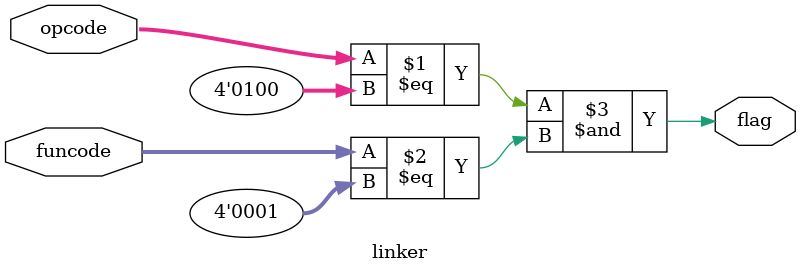
<source format=v>
`timescale 1ns / 1ps
module linker(
	input [3:0]opcode,
	input [3:0]funcode,
	output flag
    );
 assign flag=(opcode==4'b0100 & (funcode==0001));

endmodule

</source>
